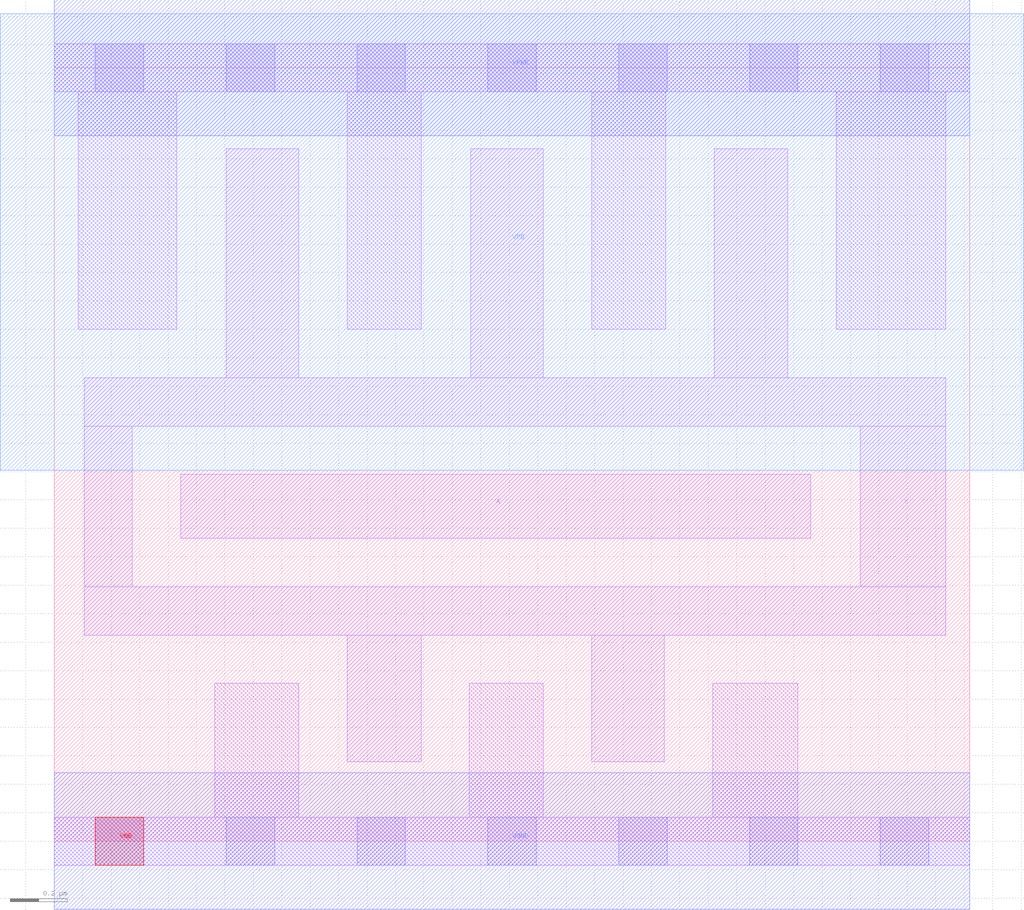
<source format=lef>
# Copyright 2020 The SkyWater PDK Authors
#
# Licensed under the Apache License, Version 2.0 (the "License");
# you may not use this file except in compliance with the License.
# You may obtain a copy of the License at
#
#     https://www.apache.org/licenses/LICENSE-2.0
#
# Unless required by applicable law or agreed to in writing, software
# distributed under the License is distributed on an "AS IS" BASIS,
# WITHOUT WARRANTIES OR CONDITIONS OF ANY KIND, either express or implied.
# See the License for the specific language governing permissions and
# limitations under the License.
#
# SPDX-License-Identifier: Apache-2.0

VERSION 5.7 ;
  NOWIREEXTENSIONATPIN ON ;
  DIVIDERCHAR "/" ;
  BUSBITCHARS "[]" ;
MACRO sky130_fd_sc_hd__clkinv_4
  CLASS CORE ;
  FOREIGN sky130_fd_sc_hd__clkinv_4 ;
  ORIGIN  0.000000  0.000000 ;
  SIZE  3.220000 BY  2.720000 ;
  SYMMETRY X Y R90 ;
  SITE unithd ;
  PIN A
    ANTENNAGATEAREA  1.152000 ;
    DIRECTION INPUT ;
    USE SIGNAL ;
    PORT
      LAYER li1 ;
        RECT 0.445000 1.065000 2.660000 1.290000 ;
    END
  END A
  PIN Y
    ANTENNADIFFAREA  1.075200 ;
    DIRECTION OUTPUT ;
    USE SIGNAL ;
    PORT
      LAYER li1 ;
        RECT 0.105000 0.725000 3.135000 0.895000 ;
        RECT 0.105000 0.895000 0.275000 1.460000 ;
        RECT 0.105000 1.460000 3.135000 1.630000 ;
        RECT 0.605000 1.630000 0.860000 2.435000 ;
        RECT 1.030000 0.280000 1.290000 0.725000 ;
        RECT 1.465000 1.630000 1.720000 2.435000 ;
        RECT 1.890000 0.280000 2.145000 0.725000 ;
        RECT 2.320000 1.630000 2.580000 2.435000 ;
        RECT 2.835000 0.895000 3.135000 1.460000 ;
    END
  END Y
  PIN VGND
    DIRECTION INOUT ;
    SHAPE ABUTMENT ;
    USE GROUND ;
    PORT
      LAYER met1 ;
        RECT 0.000000 -0.240000 3.220000 0.240000 ;
    END
  END VGND
  PIN VNB
    DIRECTION INOUT ;
    USE GROUND ;
    PORT
      LAYER pwell ;
        RECT 0.145000 -0.085000 0.315000 0.085000 ;
    END
  END VNB
  PIN VPB
    DIRECTION INOUT ;
    USE POWER ;
    PORT
      LAYER nwell ;
        RECT -0.190000 1.305000 3.410000 2.910000 ;
    END
  END VPB
  PIN VPWR
    DIRECTION INOUT ;
    SHAPE ABUTMENT ;
    USE POWER ;
    PORT
      LAYER met1 ;
        RECT 0.000000 2.480000 3.220000 2.960000 ;
    END
  END VPWR
  OBS
    LAYER li1 ;
      RECT 0.000000 -0.085000 3.220000 0.085000 ;
      RECT 0.000000  2.635000 3.220000 2.805000 ;
      RECT 0.085000  1.800000 0.430000 2.635000 ;
      RECT 0.565000  0.085000 0.860000 0.555000 ;
      RECT 1.030000  1.800000 1.290000 2.635000 ;
      RECT 1.460000  0.085000 1.720000 0.555000 ;
      RECT 1.890000  1.800000 2.150000 2.635000 ;
      RECT 2.315000  0.085000 2.615000 0.555000 ;
      RECT 2.750000  1.800000 3.135000 2.635000 ;
    LAYER mcon ;
      RECT 0.145000 -0.085000 0.315000 0.085000 ;
      RECT 0.145000  2.635000 0.315000 2.805000 ;
      RECT 0.605000 -0.085000 0.775000 0.085000 ;
      RECT 0.605000  2.635000 0.775000 2.805000 ;
      RECT 1.065000 -0.085000 1.235000 0.085000 ;
      RECT 1.065000  2.635000 1.235000 2.805000 ;
      RECT 1.525000 -0.085000 1.695000 0.085000 ;
      RECT 1.525000  2.635000 1.695000 2.805000 ;
      RECT 1.985000 -0.085000 2.155000 0.085000 ;
      RECT 1.985000  2.635000 2.155000 2.805000 ;
      RECT 2.445000 -0.085000 2.615000 0.085000 ;
      RECT 2.445000  2.635000 2.615000 2.805000 ;
      RECT 2.905000 -0.085000 3.075000 0.085000 ;
      RECT 2.905000  2.635000 3.075000 2.805000 ;
  END
END sky130_fd_sc_hd__clkinv_4
END LIBRARY

</source>
